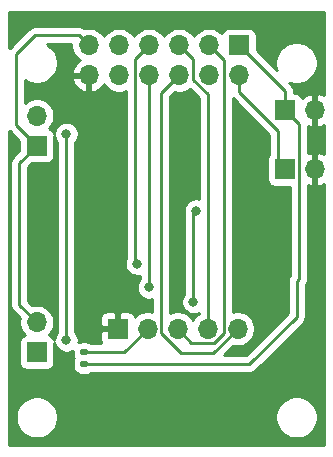
<source format=gbr>
%TF.GenerationSoftware,KiCad,Pcbnew,5.1.9+dfsg1-1*%
%TF.CreationDate,2021-11-08T10:09:36+01:00*%
%TF.ProjectId,Controller,436f6e74-726f-46c6-9c65-722e6b696361,rev?*%
%TF.SameCoordinates,Original*%
%TF.FileFunction,Copper,L1,Top*%
%TF.FilePolarity,Positive*%
%FSLAX46Y46*%
G04 Gerber Fmt 4.6, Leading zero omitted, Abs format (unit mm)*
G04 Created by KiCad (PCBNEW 5.1.9+dfsg1-1) date 2021-11-08 10:09:36*
%MOMM*%
%LPD*%
G01*
G04 APERTURE LIST*
%TA.AperFunction,ComponentPad*%
%ADD10O,1.700000X1.700000*%
%TD*%
%TA.AperFunction,ComponentPad*%
%ADD11R,1.700000X1.700000*%
%TD*%
%TA.AperFunction,ViaPad*%
%ADD12C,0.800000*%
%TD*%
%TA.AperFunction,Conductor*%
%ADD13C,0.250000*%
%TD*%
%TA.AperFunction,Conductor*%
%ADD14C,0.254000*%
%TD*%
%TA.AperFunction,Conductor*%
%ADD15C,0.100000*%
%TD*%
G04 APERTURE END LIST*
D10*
%TO.P,J6,2*%
%TO.N,Net-(D6-Pad2)*%
X103000000Y-67460000D03*
D11*
%TO.P,J6,1*%
%TO.N,/CON_BMC*%
X103000000Y-70000000D03*
%TD*%
D10*
%TO.P,J5,2*%
%TO.N,/CON_BMC*%
X103000000Y-84960000D03*
D11*
%TO.P,J5,1*%
%TO.N,Net-(D3-Pad2)*%
X103000000Y-87500000D03*
%TD*%
%TO.P,R1,2*%
%TO.N,+3V3*%
%TA.AperFunction,SMDPad,CuDef*%
G36*
G01*
X106815000Y-88230000D02*
X107185000Y-88230000D01*
G75*
G02*
X107320000Y-88365000I0J-135000D01*
G01*
X107320000Y-88635000D01*
G75*
G02*
X107185000Y-88770000I-135000J0D01*
G01*
X106815000Y-88770000D01*
G75*
G02*
X106680000Y-88635000I0J135000D01*
G01*
X106680000Y-88365000D01*
G75*
G02*
X106815000Y-88230000I135000J0D01*
G01*
G37*
%TD.AperFunction*%
%TO.P,R1,1*%
%TO.N,Net-(J2-Pad2)*%
%TA.AperFunction,SMDPad,CuDef*%
G36*
G01*
X106815000Y-87210000D02*
X107185000Y-87210000D01*
G75*
G02*
X107320000Y-87345000I0J-135000D01*
G01*
X107320000Y-87615000D01*
G75*
G02*
X107185000Y-87750000I-135000J0D01*
G01*
X106815000Y-87750000D01*
G75*
G02*
X106680000Y-87615000I0J135000D01*
G01*
X106680000Y-87345000D01*
G75*
G02*
X106815000Y-87210000I135000J0D01*
G01*
G37*
%TD.AperFunction*%
%TD*%
D10*
%TO.P,J4,2*%
%TO.N,GND*%
X126540000Y-67000000D03*
D11*
%TO.P,J4,1*%
%TO.N,+3V3*%
X124000000Y-67000000D03*
%TD*%
D10*
%TO.P,J3,2*%
%TO.N,GND*%
X126540000Y-72000000D03*
D11*
%TO.P,J3,1*%
%TO.N,/CON_AUD*%
X124000000Y-72000000D03*
%TD*%
D10*
%TO.P,J2,5*%
%TO.N,/CON_JB*%
X120000000Y-85500000D03*
%TO.P,J2,4*%
%TO.N,/CON_Y*%
X117460000Y-85500000D03*
%TO.P,J2,3*%
%TO.N,/CON_X*%
X114920000Y-85500000D03*
%TO.P,J2,2*%
%TO.N,Net-(J2-Pad2)*%
X112380000Y-85500000D03*
D11*
%TO.P,J2,1*%
%TO.N,GND*%
X109840000Y-85500000D03*
%TD*%
D10*
%TO.P,J1,12*%
%TO.N,GND*%
X107420000Y-64040000D03*
%TO.P,J1,11*%
%TO.N,/CON_BMC*%
X107420000Y-61500000D03*
%TO.P,J1,10*%
%TO.N,/CON_BM2*%
X109960000Y-64040000D03*
%TO.P,J1,9*%
%TO.N,/CON_BMB*%
X109960000Y-61500000D03*
%TO.P,J1,8*%
%TO.N,/CON_BM1*%
X112500000Y-64040000D03*
%TO.P,J1,7*%
%TO.N,/CON_BMA*%
X112500000Y-61500000D03*
%TO.P,J1,6*%
%TO.N,/CON_JB*%
X115040000Y-64040000D03*
%TO.P,J1,5*%
%TO.N,/CON_Y*%
X115040000Y-61500000D03*
%TO.P,J1,4*%
%TO.N,N/C*%
X117580000Y-64040000D03*
%TO.P,J1,3*%
%TO.N,/CON_X*%
X117580000Y-61500000D03*
%TO.P,J1,2*%
%TO.N,/CON_AUD*%
X120120000Y-64040000D03*
D11*
%TO.P,J1,1*%
%TO.N,+3V3*%
X120120000Y-61500000D03*
%TD*%
D12*
%TO.N,/CON_BM1*%
X112500000Y-82000000D03*
%TO.N,/CON_BM2*%
X105500000Y-86500000D03*
X105500000Y-69000000D03*
%TO.N,GND*%
X123698000Y-80772000D03*
X120650000Y-76962000D03*
X121412000Y-73660000D03*
X108204000Y-77216000D03*
X108966000Y-91440000D03*
X118364000Y-91440000D03*
X126238000Y-84836000D03*
X116332000Y-69596000D03*
X126746000Y-61214000D03*
X122936000Y-61214000D03*
%TO.N,/CON_BMB*%
X116262653Y-83237347D03*
X116500000Y-75500000D03*
%TO.N,/CON_BMA*%
X111500000Y-80000000D03*
%TO.N,GND*%
X103000000Y-77500000D03*
%TD*%
D13*
%TO.N,/CON_BM1*%
X112500000Y-64040000D02*
X112500000Y-79000000D01*
X112500000Y-79000000D02*
X112500000Y-82000000D01*
%TO.N,/CON_BM2*%
X105500000Y-86500000D02*
X105500000Y-78000000D01*
X105500000Y-69000000D02*
X105500000Y-78000000D01*
%TO.N,/CON_BMC*%
X103000000Y-84960000D02*
X101500000Y-83460000D01*
X101500000Y-71500000D02*
X103000000Y-70000000D01*
X101500000Y-83460000D02*
X101500000Y-71500000D01*
X101235098Y-62265958D02*
X101235098Y-68235098D01*
X106570001Y-60650001D02*
X102851055Y-60650001D01*
X101235098Y-68235098D02*
X103000000Y-70000000D01*
X102851055Y-60650001D02*
X101235098Y-62265958D01*
X107420000Y-61500000D02*
X106570001Y-60650001D01*
%TO.N,/CON_BMB*%
X116262653Y-75737347D02*
X116500000Y-75500000D01*
X116262653Y-83237347D02*
X116262653Y-75737347D01*
%TO.N,/CON_BMA*%
X111324999Y-62675001D02*
X112500000Y-61500000D01*
X111324999Y-79824999D02*
X111324999Y-62675001D01*
X111500000Y-80000000D02*
X111324999Y-79824999D01*
%TO.N,/CON_Y*%
X117500000Y-85500000D02*
X118080000Y-85500000D01*
%TO.N,+3V3*%
X120120000Y-62060000D02*
X120120000Y-61500000D01*
X124000000Y-65380000D02*
X120120000Y-61500000D01*
%TO.N,GND*%
X110500000Y-85460000D02*
X110460000Y-85500000D01*
%TO.N,/CON_JB*%
X113555001Y-65524999D02*
X115040000Y-64040000D01*
X113555001Y-85874003D02*
X113555001Y-65524999D01*
X115230988Y-87549990D02*
X113555001Y-85874003D01*
X117950010Y-87549990D02*
X115230988Y-87549990D01*
X120000000Y-85500000D02*
X117950010Y-87549990D01*
%TO.N,/CON_Y*%
X116215001Y-62675001D02*
X115040000Y-61500000D01*
X116215001Y-64414003D02*
X116215001Y-62675001D01*
X117460000Y-65659002D02*
X116215001Y-64414003D01*
X117460000Y-85500000D02*
X117460000Y-65659002D01*
%TO.N,/CON_X*%
X118824999Y-62744999D02*
X117580000Y-61500000D01*
X118824999Y-85874003D02*
X118824999Y-62744999D01*
X118024001Y-86675001D02*
X118824999Y-85874003D01*
X116095001Y-86675001D02*
X118024001Y-86675001D01*
X114920000Y-85500000D02*
X116095001Y-86675001D01*
%TO.N,/CON_AUD*%
X123460000Y-71460000D02*
X124000000Y-72000000D01*
X123460000Y-68785002D02*
X123460000Y-71460000D01*
X120120000Y-65445002D02*
X123460000Y-68785002D01*
X120120000Y-64040000D02*
X120120000Y-65445002D01*
%TO.N,+3V3*%
X124000000Y-67000000D02*
X124000000Y-65380000D01*
X125175001Y-81314999D02*
X125175001Y-68175001D01*
X125175001Y-68175001D02*
X124000000Y-67000000D01*
X125000000Y-81490000D02*
X125175001Y-81314999D01*
X125000000Y-84500000D02*
X125000000Y-81490000D01*
X121000000Y-88500000D02*
X125000000Y-84500000D01*
X107000000Y-88500000D02*
X121000000Y-88500000D01*
%TO.N,Net-(J2-Pad2)*%
X110400000Y-87480000D02*
X107000000Y-87480000D01*
X112380000Y-85500000D02*
X110400000Y-87480000D01*
%TD*%
D14*
%TO.N,GND*%
X127315000Y-65734386D02*
X127306920Y-65728359D01*
X127044099Y-65603175D01*
X126896890Y-65558524D01*
X126667000Y-65679845D01*
X126667000Y-66873000D01*
X126687000Y-66873000D01*
X126687000Y-67127000D01*
X126667000Y-67127000D01*
X126667000Y-68320155D01*
X126896890Y-68441476D01*
X127044099Y-68396825D01*
X127306920Y-68271641D01*
X127315000Y-68265614D01*
X127315000Y-70734386D01*
X127306920Y-70728359D01*
X127044099Y-70603175D01*
X126896890Y-70558524D01*
X126667000Y-70679845D01*
X126667000Y-71873000D01*
X126687000Y-71873000D01*
X126687000Y-72127000D01*
X126667000Y-72127000D01*
X126667000Y-73320155D01*
X126896890Y-73441476D01*
X127044099Y-73396825D01*
X127306920Y-73271641D01*
X127315000Y-73265614D01*
X127315001Y-95315000D01*
X100685000Y-95315000D01*
X100685000Y-92823762D01*
X101210624Y-92823762D01*
X101210624Y-93176238D01*
X101279389Y-93521942D01*
X101414276Y-93847587D01*
X101610101Y-94140661D01*
X101859339Y-94389899D01*
X102152413Y-94585724D01*
X102478058Y-94720611D01*
X102823762Y-94789376D01*
X103176238Y-94789376D01*
X103521942Y-94720611D01*
X103847587Y-94585724D01*
X104140661Y-94389899D01*
X104389899Y-94140661D01*
X104585724Y-93847587D01*
X104720611Y-93521942D01*
X104789376Y-93176238D01*
X104789376Y-92823762D01*
X123210624Y-92823762D01*
X123210624Y-93176238D01*
X123279389Y-93521942D01*
X123414276Y-93847587D01*
X123610101Y-94140661D01*
X123859339Y-94389899D01*
X124152413Y-94585724D01*
X124478058Y-94720611D01*
X124823762Y-94789376D01*
X125176238Y-94789376D01*
X125521942Y-94720611D01*
X125847587Y-94585724D01*
X126140661Y-94389899D01*
X126389899Y-94140661D01*
X126585724Y-93847587D01*
X126720611Y-93521942D01*
X126789376Y-93176238D01*
X126789376Y-92823762D01*
X126720611Y-92478058D01*
X126585724Y-92152413D01*
X126389899Y-91859339D01*
X126140661Y-91610101D01*
X125847587Y-91414276D01*
X125521942Y-91279389D01*
X125176238Y-91210624D01*
X124823762Y-91210624D01*
X124478058Y-91279389D01*
X124152413Y-91414276D01*
X123859339Y-91610101D01*
X123610101Y-91859339D01*
X123414276Y-92152413D01*
X123279389Y-92478058D01*
X123210624Y-92823762D01*
X104789376Y-92823762D01*
X104720611Y-92478058D01*
X104585724Y-92152413D01*
X104389899Y-91859339D01*
X104140661Y-91610101D01*
X103847587Y-91414276D01*
X103521942Y-91279389D01*
X103176238Y-91210624D01*
X102823762Y-91210624D01*
X102478058Y-91279389D01*
X102152413Y-91414276D01*
X101859339Y-91610101D01*
X101610101Y-91859339D01*
X101414276Y-92152413D01*
X101279389Y-92478058D01*
X101210624Y-92823762D01*
X100685000Y-92823762D01*
X100685000Y-68762795D01*
X100695098Y-68775099D01*
X100724096Y-68798897D01*
X101511928Y-69586729D01*
X101511928Y-70413271D01*
X100988998Y-70936201D01*
X100960000Y-70959999D01*
X100936202Y-70988997D01*
X100936201Y-70988998D01*
X100865026Y-71075724D01*
X100794454Y-71207754D01*
X100750998Y-71351015D01*
X100736324Y-71500000D01*
X100740001Y-71537332D01*
X100740000Y-83422678D01*
X100736324Y-83460000D01*
X100740000Y-83497322D01*
X100740000Y-83497332D01*
X100750997Y-83608985D01*
X100786979Y-83727603D01*
X100794454Y-83752246D01*
X100865026Y-83884276D01*
X100875568Y-83897121D01*
X100959999Y-84000001D01*
X100989003Y-84023804D01*
X101558791Y-84593592D01*
X101515000Y-84813740D01*
X101515000Y-85106260D01*
X101572068Y-85393158D01*
X101684010Y-85663411D01*
X101846525Y-85906632D01*
X101978380Y-86038487D01*
X101905820Y-86060498D01*
X101795506Y-86119463D01*
X101698815Y-86198815D01*
X101619463Y-86295506D01*
X101560498Y-86405820D01*
X101524188Y-86525518D01*
X101511928Y-86650000D01*
X101511928Y-88350000D01*
X101524188Y-88474482D01*
X101560498Y-88594180D01*
X101619463Y-88704494D01*
X101698815Y-88801185D01*
X101795506Y-88880537D01*
X101905820Y-88939502D01*
X102025518Y-88975812D01*
X102150000Y-88988072D01*
X103850000Y-88988072D01*
X103974482Y-88975812D01*
X104094180Y-88939502D01*
X104204494Y-88880537D01*
X104301185Y-88801185D01*
X104380537Y-88704494D01*
X104439502Y-88594180D01*
X104475812Y-88474482D01*
X104488072Y-88350000D01*
X104488072Y-86717931D01*
X104504774Y-86801898D01*
X104582795Y-86990256D01*
X104696063Y-87159774D01*
X104840226Y-87303937D01*
X105009744Y-87417205D01*
X105198102Y-87495226D01*
X105398061Y-87535000D01*
X105601939Y-87535000D01*
X105801898Y-87495226D01*
X105990256Y-87417205D01*
X106041928Y-87382679D01*
X106041928Y-87615000D01*
X106056782Y-87765819D01*
X106100775Y-87910842D01*
X106143086Y-87990000D01*
X106100775Y-88069158D01*
X106056782Y-88214181D01*
X106041928Y-88365000D01*
X106041928Y-88635000D01*
X106056782Y-88785819D01*
X106100775Y-88930842D01*
X106172214Y-89064496D01*
X106268356Y-89181644D01*
X106385504Y-89277786D01*
X106519158Y-89349225D01*
X106664181Y-89393218D01*
X106815000Y-89408072D01*
X107185000Y-89408072D01*
X107335819Y-89393218D01*
X107480842Y-89349225D01*
X107614496Y-89277786D01*
X107636168Y-89260000D01*
X120962678Y-89260000D01*
X121000000Y-89263676D01*
X121037322Y-89260000D01*
X121037333Y-89260000D01*
X121148986Y-89249003D01*
X121292247Y-89205546D01*
X121424276Y-89134974D01*
X121540001Y-89040001D01*
X121563804Y-89010997D01*
X125511004Y-85063798D01*
X125540001Y-85040001D01*
X125634974Y-84924276D01*
X125705546Y-84792247D01*
X125749003Y-84648986D01*
X125760000Y-84537333D01*
X125760000Y-84537324D01*
X125763676Y-84500001D01*
X125760000Y-84462678D01*
X125760000Y-81800170D01*
X125809975Y-81739275D01*
X125880547Y-81607246D01*
X125924004Y-81463985D01*
X125935001Y-81352332D01*
X125935001Y-81352324D01*
X125938677Y-81314999D01*
X125935001Y-81277674D01*
X125935001Y-73348765D01*
X126035901Y-73396825D01*
X126183110Y-73441476D01*
X126413000Y-73320155D01*
X126413000Y-72127000D01*
X126393000Y-72127000D01*
X126393000Y-71873000D01*
X126413000Y-71873000D01*
X126413000Y-70679845D01*
X126183110Y-70558524D01*
X126035901Y-70603175D01*
X125935001Y-70651235D01*
X125935001Y-68348765D01*
X126035901Y-68396825D01*
X126183110Y-68441476D01*
X126413000Y-68320155D01*
X126413000Y-67127000D01*
X126393000Y-67127000D01*
X126393000Y-66873000D01*
X126413000Y-66873000D01*
X126413000Y-65679845D01*
X126183110Y-65558524D01*
X126035901Y-65603175D01*
X125773080Y-65728359D01*
X125539731Y-65902412D01*
X125463966Y-65986466D01*
X125439502Y-65905820D01*
X125380537Y-65795506D01*
X125301185Y-65698815D01*
X125204494Y-65619463D01*
X125094180Y-65560498D01*
X124974482Y-65524188D01*
X124850000Y-65511928D01*
X124760000Y-65511928D01*
X124760000Y-65417333D01*
X124763677Y-65380000D01*
X124749003Y-65231014D01*
X124705546Y-65087753D01*
X124634974Y-64955724D01*
X124563799Y-64868997D01*
X124540001Y-64839999D01*
X124511003Y-64816201D01*
X124371116Y-64676314D01*
X124478058Y-64720611D01*
X124823762Y-64789376D01*
X125176238Y-64789376D01*
X125521942Y-64720611D01*
X125847587Y-64585724D01*
X126140661Y-64389899D01*
X126389899Y-64140661D01*
X126585724Y-63847587D01*
X126720611Y-63521942D01*
X126789376Y-63176238D01*
X126789376Y-62823762D01*
X126720611Y-62478058D01*
X126585724Y-62152413D01*
X126389899Y-61859339D01*
X126140661Y-61610101D01*
X125847587Y-61414276D01*
X125521942Y-61279389D01*
X125176238Y-61210624D01*
X124823762Y-61210624D01*
X124478058Y-61279389D01*
X124152413Y-61414276D01*
X123859339Y-61610101D01*
X123610101Y-61859339D01*
X123414276Y-62152413D01*
X123279389Y-62478058D01*
X123210624Y-62823762D01*
X123210624Y-63176238D01*
X123279389Y-63521942D01*
X123323686Y-63628884D01*
X121608072Y-61913271D01*
X121608072Y-60650000D01*
X121595812Y-60525518D01*
X121559502Y-60405820D01*
X121500537Y-60295506D01*
X121421185Y-60198815D01*
X121324494Y-60119463D01*
X121214180Y-60060498D01*
X121094482Y-60024188D01*
X120970000Y-60011928D01*
X119270000Y-60011928D01*
X119145518Y-60024188D01*
X119025820Y-60060498D01*
X118915506Y-60119463D01*
X118818815Y-60198815D01*
X118739463Y-60295506D01*
X118680498Y-60405820D01*
X118658487Y-60478380D01*
X118526632Y-60346525D01*
X118283411Y-60184010D01*
X118013158Y-60072068D01*
X117726260Y-60015000D01*
X117433740Y-60015000D01*
X117146842Y-60072068D01*
X116876589Y-60184010D01*
X116633368Y-60346525D01*
X116426525Y-60553368D01*
X116310000Y-60727760D01*
X116193475Y-60553368D01*
X115986632Y-60346525D01*
X115743411Y-60184010D01*
X115473158Y-60072068D01*
X115186260Y-60015000D01*
X114893740Y-60015000D01*
X114606842Y-60072068D01*
X114336589Y-60184010D01*
X114093368Y-60346525D01*
X113886525Y-60553368D01*
X113770000Y-60727760D01*
X113653475Y-60553368D01*
X113446632Y-60346525D01*
X113203411Y-60184010D01*
X112933158Y-60072068D01*
X112646260Y-60015000D01*
X112353740Y-60015000D01*
X112066842Y-60072068D01*
X111796589Y-60184010D01*
X111553368Y-60346525D01*
X111346525Y-60553368D01*
X111230000Y-60727760D01*
X111113475Y-60553368D01*
X110906632Y-60346525D01*
X110663411Y-60184010D01*
X110393158Y-60072068D01*
X110106260Y-60015000D01*
X109813740Y-60015000D01*
X109526842Y-60072068D01*
X109256589Y-60184010D01*
X109013368Y-60346525D01*
X108806525Y-60553368D01*
X108690000Y-60727760D01*
X108573475Y-60553368D01*
X108366632Y-60346525D01*
X108123411Y-60184010D01*
X107853158Y-60072068D01*
X107566260Y-60015000D01*
X107273740Y-60015000D01*
X107048771Y-60059749D01*
X106994277Y-60015027D01*
X106862248Y-59944455D01*
X106718987Y-59900998D01*
X106607334Y-59890001D01*
X106607323Y-59890001D01*
X106570001Y-59886325D01*
X106532679Y-59890001D01*
X102888377Y-59890001D01*
X102851054Y-59886325D01*
X102813731Y-59890001D01*
X102813722Y-59890001D01*
X102702069Y-59900998D01*
X102558808Y-59944455D01*
X102426779Y-60015027D01*
X102311054Y-60110000D01*
X102287256Y-60138998D01*
X100724101Y-61702154D01*
X100695097Y-61725957D01*
X100685000Y-61738260D01*
X100685000Y-58685000D01*
X127315000Y-58685000D01*
X127315000Y-65734386D01*
%TA.AperFunction,Conductor*%
D15*
G36*
X127315000Y-65734386D02*
G01*
X127306920Y-65728359D01*
X127044099Y-65603175D01*
X126896890Y-65558524D01*
X126667000Y-65679845D01*
X126667000Y-66873000D01*
X126687000Y-66873000D01*
X126687000Y-67127000D01*
X126667000Y-67127000D01*
X126667000Y-68320155D01*
X126896890Y-68441476D01*
X127044099Y-68396825D01*
X127306920Y-68271641D01*
X127315000Y-68265614D01*
X127315000Y-70734386D01*
X127306920Y-70728359D01*
X127044099Y-70603175D01*
X126896890Y-70558524D01*
X126667000Y-70679845D01*
X126667000Y-71873000D01*
X126687000Y-71873000D01*
X126687000Y-72127000D01*
X126667000Y-72127000D01*
X126667000Y-73320155D01*
X126896890Y-73441476D01*
X127044099Y-73396825D01*
X127306920Y-73271641D01*
X127315000Y-73265614D01*
X127315001Y-95315000D01*
X100685000Y-95315000D01*
X100685000Y-92823762D01*
X101210624Y-92823762D01*
X101210624Y-93176238D01*
X101279389Y-93521942D01*
X101414276Y-93847587D01*
X101610101Y-94140661D01*
X101859339Y-94389899D01*
X102152413Y-94585724D01*
X102478058Y-94720611D01*
X102823762Y-94789376D01*
X103176238Y-94789376D01*
X103521942Y-94720611D01*
X103847587Y-94585724D01*
X104140661Y-94389899D01*
X104389899Y-94140661D01*
X104585724Y-93847587D01*
X104720611Y-93521942D01*
X104789376Y-93176238D01*
X104789376Y-92823762D01*
X123210624Y-92823762D01*
X123210624Y-93176238D01*
X123279389Y-93521942D01*
X123414276Y-93847587D01*
X123610101Y-94140661D01*
X123859339Y-94389899D01*
X124152413Y-94585724D01*
X124478058Y-94720611D01*
X124823762Y-94789376D01*
X125176238Y-94789376D01*
X125521942Y-94720611D01*
X125847587Y-94585724D01*
X126140661Y-94389899D01*
X126389899Y-94140661D01*
X126585724Y-93847587D01*
X126720611Y-93521942D01*
X126789376Y-93176238D01*
X126789376Y-92823762D01*
X126720611Y-92478058D01*
X126585724Y-92152413D01*
X126389899Y-91859339D01*
X126140661Y-91610101D01*
X125847587Y-91414276D01*
X125521942Y-91279389D01*
X125176238Y-91210624D01*
X124823762Y-91210624D01*
X124478058Y-91279389D01*
X124152413Y-91414276D01*
X123859339Y-91610101D01*
X123610101Y-91859339D01*
X123414276Y-92152413D01*
X123279389Y-92478058D01*
X123210624Y-92823762D01*
X104789376Y-92823762D01*
X104720611Y-92478058D01*
X104585724Y-92152413D01*
X104389899Y-91859339D01*
X104140661Y-91610101D01*
X103847587Y-91414276D01*
X103521942Y-91279389D01*
X103176238Y-91210624D01*
X102823762Y-91210624D01*
X102478058Y-91279389D01*
X102152413Y-91414276D01*
X101859339Y-91610101D01*
X101610101Y-91859339D01*
X101414276Y-92152413D01*
X101279389Y-92478058D01*
X101210624Y-92823762D01*
X100685000Y-92823762D01*
X100685000Y-68762795D01*
X100695098Y-68775099D01*
X100724096Y-68798897D01*
X101511928Y-69586729D01*
X101511928Y-70413271D01*
X100988998Y-70936201D01*
X100960000Y-70959999D01*
X100936202Y-70988997D01*
X100936201Y-70988998D01*
X100865026Y-71075724D01*
X100794454Y-71207754D01*
X100750998Y-71351015D01*
X100736324Y-71500000D01*
X100740001Y-71537332D01*
X100740000Y-83422678D01*
X100736324Y-83460000D01*
X100740000Y-83497322D01*
X100740000Y-83497332D01*
X100750997Y-83608985D01*
X100786979Y-83727603D01*
X100794454Y-83752246D01*
X100865026Y-83884276D01*
X100875568Y-83897121D01*
X100959999Y-84000001D01*
X100989003Y-84023804D01*
X101558791Y-84593592D01*
X101515000Y-84813740D01*
X101515000Y-85106260D01*
X101572068Y-85393158D01*
X101684010Y-85663411D01*
X101846525Y-85906632D01*
X101978380Y-86038487D01*
X101905820Y-86060498D01*
X101795506Y-86119463D01*
X101698815Y-86198815D01*
X101619463Y-86295506D01*
X101560498Y-86405820D01*
X101524188Y-86525518D01*
X101511928Y-86650000D01*
X101511928Y-88350000D01*
X101524188Y-88474482D01*
X101560498Y-88594180D01*
X101619463Y-88704494D01*
X101698815Y-88801185D01*
X101795506Y-88880537D01*
X101905820Y-88939502D01*
X102025518Y-88975812D01*
X102150000Y-88988072D01*
X103850000Y-88988072D01*
X103974482Y-88975812D01*
X104094180Y-88939502D01*
X104204494Y-88880537D01*
X104301185Y-88801185D01*
X104380537Y-88704494D01*
X104439502Y-88594180D01*
X104475812Y-88474482D01*
X104488072Y-88350000D01*
X104488072Y-86717931D01*
X104504774Y-86801898D01*
X104582795Y-86990256D01*
X104696063Y-87159774D01*
X104840226Y-87303937D01*
X105009744Y-87417205D01*
X105198102Y-87495226D01*
X105398061Y-87535000D01*
X105601939Y-87535000D01*
X105801898Y-87495226D01*
X105990256Y-87417205D01*
X106041928Y-87382679D01*
X106041928Y-87615000D01*
X106056782Y-87765819D01*
X106100775Y-87910842D01*
X106143086Y-87990000D01*
X106100775Y-88069158D01*
X106056782Y-88214181D01*
X106041928Y-88365000D01*
X106041928Y-88635000D01*
X106056782Y-88785819D01*
X106100775Y-88930842D01*
X106172214Y-89064496D01*
X106268356Y-89181644D01*
X106385504Y-89277786D01*
X106519158Y-89349225D01*
X106664181Y-89393218D01*
X106815000Y-89408072D01*
X107185000Y-89408072D01*
X107335819Y-89393218D01*
X107480842Y-89349225D01*
X107614496Y-89277786D01*
X107636168Y-89260000D01*
X120962678Y-89260000D01*
X121000000Y-89263676D01*
X121037322Y-89260000D01*
X121037333Y-89260000D01*
X121148986Y-89249003D01*
X121292247Y-89205546D01*
X121424276Y-89134974D01*
X121540001Y-89040001D01*
X121563804Y-89010997D01*
X125511004Y-85063798D01*
X125540001Y-85040001D01*
X125634974Y-84924276D01*
X125705546Y-84792247D01*
X125749003Y-84648986D01*
X125760000Y-84537333D01*
X125760000Y-84537324D01*
X125763676Y-84500001D01*
X125760000Y-84462678D01*
X125760000Y-81800170D01*
X125809975Y-81739275D01*
X125880547Y-81607246D01*
X125924004Y-81463985D01*
X125935001Y-81352332D01*
X125935001Y-81352324D01*
X125938677Y-81314999D01*
X125935001Y-81277674D01*
X125935001Y-73348765D01*
X126035901Y-73396825D01*
X126183110Y-73441476D01*
X126413000Y-73320155D01*
X126413000Y-72127000D01*
X126393000Y-72127000D01*
X126393000Y-71873000D01*
X126413000Y-71873000D01*
X126413000Y-70679845D01*
X126183110Y-70558524D01*
X126035901Y-70603175D01*
X125935001Y-70651235D01*
X125935001Y-68348765D01*
X126035901Y-68396825D01*
X126183110Y-68441476D01*
X126413000Y-68320155D01*
X126413000Y-67127000D01*
X126393000Y-67127000D01*
X126393000Y-66873000D01*
X126413000Y-66873000D01*
X126413000Y-65679845D01*
X126183110Y-65558524D01*
X126035901Y-65603175D01*
X125773080Y-65728359D01*
X125539731Y-65902412D01*
X125463966Y-65986466D01*
X125439502Y-65905820D01*
X125380537Y-65795506D01*
X125301185Y-65698815D01*
X125204494Y-65619463D01*
X125094180Y-65560498D01*
X124974482Y-65524188D01*
X124850000Y-65511928D01*
X124760000Y-65511928D01*
X124760000Y-65417333D01*
X124763677Y-65380000D01*
X124749003Y-65231014D01*
X124705546Y-65087753D01*
X124634974Y-64955724D01*
X124563799Y-64868997D01*
X124540001Y-64839999D01*
X124511003Y-64816201D01*
X124371116Y-64676314D01*
X124478058Y-64720611D01*
X124823762Y-64789376D01*
X125176238Y-64789376D01*
X125521942Y-64720611D01*
X125847587Y-64585724D01*
X126140661Y-64389899D01*
X126389899Y-64140661D01*
X126585724Y-63847587D01*
X126720611Y-63521942D01*
X126789376Y-63176238D01*
X126789376Y-62823762D01*
X126720611Y-62478058D01*
X126585724Y-62152413D01*
X126389899Y-61859339D01*
X126140661Y-61610101D01*
X125847587Y-61414276D01*
X125521942Y-61279389D01*
X125176238Y-61210624D01*
X124823762Y-61210624D01*
X124478058Y-61279389D01*
X124152413Y-61414276D01*
X123859339Y-61610101D01*
X123610101Y-61859339D01*
X123414276Y-62152413D01*
X123279389Y-62478058D01*
X123210624Y-62823762D01*
X123210624Y-63176238D01*
X123279389Y-63521942D01*
X123323686Y-63628884D01*
X121608072Y-61913271D01*
X121608072Y-60650000D01*
X121595812Y-60525518D01*
X121559502Y-60405820D01*
X121500537Y-60295506D01*
X121421185Y-60198815D01*
X121324494Y-60119463D01*
X121214180Y-60060498D01*
X121094482Y-60024188D01*
X120970000Y-60011928D01*
X119270000Y-60011928D01*
X119145518Y-60024188D01*
X119025820Y-60060498D01*
X118915506Y-60119463D01*
X118818815Y-60198815D01*
X118739463Y-60295506D01*
X118680498Y-60405820D01*
X118658487Y-60478380D01*
X118526632Y-60346525D01*
X118283411Y-60184010D01*
X118013158Y-60072068D01*
X117726260Y-60015000D01*
X117433740Y-60015000D01*
X117146842Y-60072068D01*
X116876589Y-60184010D01*
X116633368Y-60346525D01*
X116426525Y-60553368D01*
X116310000Y-60727760D01*
X116193475Y-60553368D01*
X115986632Y-60346525D01*
X115743411Y-60184010D01*
X115473158Y-60072068D01*
X115186260Y-60015000D01*
X114893740Y-60015000D01*
X114606842Y-60072068D01*
X114336589Y-60184010D01*
X114093368Y-60346525D01*
X113886525Y-60553368D01*
X113770000Y-60727760D01*
X113653475Y-60553368D01*
X113446632Y-60346525D01*
X113203411Y-60184010D01*
X112933158Y-60072068D01*
X112646260Y-60015000D01*
X112353740Y-60015000D01*
X112066842Y-60072068D01*
X111796589Y-60184010D01*
X111553368Y-60346525D01*
X111346525Y-60553368D01*
X111230000Y-60727760D01*
X111113475Y-60553368D01*
X110906632Y-60346525D01*
X110663411Y-60184010D01*
X110393158Y-60072068D01*
X110106260Y-60015000D01*
X109813740Y-60015000D01*
X109526842Y-60072068D01*
X109256589Y-60184010D01*
X109013368Y-60346525D01*
X108806525Y-60553368D01*
X108690000Y-60727760D01*
X108573475Y-60553368D01*
X108366632Y-60346525D01*
X108123411Y-60184010D01*
X107853158Y-60072068D01*
X107566260Y-60015000D01*
X107273740Y-60015000D01*
X107048771Y-60059749D01*
X106994277Y-60015027D01*
X106862248Y-59944455D01*
X106718987Y-59900998D01*
X106607334Y-59890001D01*
X106607323Y-59890001D01*
X106570001Y-59886325D01*
X106532679Y-59890001D01*
X102888377Y-59890001D01*
X102851054Y-59886325D01*
X102813731Y-59890001D01*
X102813722Y-59890001D01*
X102702069Y-59900998D01*
X102558808Y-59944455D01*
X102426779Y-60015027D01*
X102311054Y-60110000D01*
X102287256Y-60138998D01*
X100724101Y-61702154D01*
X100695097Y-61725957D01*
X100685000Y-61738260D01*
X100685000Y-58685000D01*
X127315000Y-58685000D01*
X127315000Y-65734386D01*
G37*
%TD.AperFunction*%
D14*
X119608998Y-66008801D02*
X122700000Y-69099804D01*
X122700001Y-70697842D01*
X122698815Y-70698815D01*
X122619463Y-70795506D01*
X122560498Y-70905820D01*
X122524188Y-71025518D01*
X122511928Y-71150000D01*
X122511928Y-72850000D01*
X122524188Y-72974482D01*
X122560498Y-73094180D01*
X122619463Y-73204494D01*
X122698815Y-73301185D01*
X122795506Y-73380537D01*
X122905820Y-73439502D01*
X123025518Y-73475812D01*
X123150000Y-73488072D01*
X124415002Y-73488072D01*
X124415001Y-81004830D01*
X124365026Y-81065724D01*
X124294454Y-81197754D01*
X124264180Y-81297558D01*
X124258890Y-81314999D01*
X124250998Y-81341015D01*
X124236324Y-81490000D01*
X124240001Y-81527332D01*
X124240000Y-84185198D01*
X120685199Y-87740000D01*
X118834801Y-87740000D01*
X119633592Y-86941210D01*
X119853740Y-86985000D01*
X120146260Y-86985000D01*
X120433158Y-86927932D01*
X120703411Y-86815990D01*
X120946632Y-86653475D01*
X121153475Y-86446632D01*
X121315990Y-86203411D01*
X121427932Y-85933158D01*
X121485000Y-85646260D01*
X121485000Y-85353740D01*
X121427932Y-85066842D01*
X121315990Y-84796589D01*
X121153475Y-84553368D01*
X120946632Y-84346525D01*
X120703411Y-84184010D01*
X120433158Y-84072068D01*
X120146260Y-84015000D01*
X119853740Y-84015000D01*
X119584999Y-84068456D01*
X119584999Y-65989106D01*
X119608998Y-66008801D01*
%TA.AperFunction,Conductor*%
D15*
G36*
X119608998Y-66008801D02*
G01*
X122700000Y-69099804D01*
X122700001Y-70697842D01*
X122698815Y-70698815D01*
X122619463Y-70795506D01*
X122560498Y-70905820D01*
X122524188Y-71025518D01*
X122511928Y-71150000D01*
X122511928Y-72850000D01*
X122524188Y-72974482D01*
X122560498Y-73094180D01*
X122619463Y-73204494D01*
X122698815Y-73301185D01*
X122795506Y-73380537D01*
X122905820Y-73439502D01*
X123025518Y-73475812D01*
X123150000Y-73488072D01*
X124415002Y-73488072D01*
X124415001Y-81004830D01*
X124365026Y-81065724D01*
X124294454Y-81197754D01*
X124264180Y-81297558D01*
X124258890Y-81314999D01*
X124250998Y-81341015D01*
X124236324Y-81490000D01*
X124240001Y-81527332D01*
X124240000Y-84185198D01*
X120685199Y-87740000D01*
X118834801Y-87740000D01*
X119633592Y-86941210D01*
X119853740Y-86985000D01*
X120146260Y-86985000D01*
X120433158Y-86927932D01*
X120703411Y-86815990D01*
X120946632Y-86653475D01*
X121153475Y-86446632D01*
X121315990Y-86203411D01*
X121427932Y-85933158D01*
X121485000Y-85646260D01*
X121485000Y-85353740D01*
X121427932Y-85066842D01*
X121315990Y-84796589D01*
X121153475Y-84553368D01*
X120946632Y-84346525D01*
X120703411Y-84184010D01*
X120433158Y-84072068D01*
X120146260Y-84015000D01*
X119853740Y-84015000D01*
X119584999Y-84068456D01*
X119584999Y-65989106D01*
X119608998Y-66008801D01*
G37*
%TD.AperFunction*%
D14*
X105935000Y-61646260D02*
X105992068Y-61933158D01*
X106104010Y-62203411D01*
X106266525Y-62446632D01*
X106473368Y-62653475D01*
X106649406Y-62771100D01*
X106419731Y-62942412D01*
X106224822Y-63158645D01*
X106075843Y-63408748D01*
X105978519Y-63683109D01*
X106099186Y-63913000D01*
X107293000Y-63913000D01*
X107293000Y-63893000D01*
X107547000Y-63893000D01*
X107547000Y-63913000D01*
X107567000Y-63913000D01*
X107567000Y-64167000D01*
X107547000Y-64167000D01*
X107547000Y-65360155D01*
X107776890Y-65481476D01*
X107924099Y-65436825D01*
X108186920Y-65311641D01*
X108420269Y-65137588D01*
X108615178Y-64921355D01*
X108684805Y-64804466D01*
X108806525Y-64986632D01*
X109013368Y-65193475D01*
X109256589Y-65355990D01*
X109526842Y-65467932D01*
X109813740Y-65525000D01*
X110106260Y-65525000D01*
X110393158Y-65467932D01*
X110565000Y-65396753D01*
X110564999Y-79552707D01*
X110504774Y-79698102D01*
X110465000Y-79898061D01*
X110465000Y-80101939D01*
X110504774Y-80301898D01*
X110582795Y-80490256D01*
X110696063Y-80659774D01*
X110840226Y-80803937D01*
X111009744Y-80917205D01*
X111198102Y-80995226D01*
X111398061Y-81035000D01*
X111601939Y-81035000D01*
X111740001Y-81007538D01*
X111740001Y-81296288D01*
X111696063Y-81340226D01*
X111582795Y-81509744D01*
X111504774Y-81698102D01*
X111465000Y-81898061D01*
X111465000Y-82101939D01*
X111504774Y-82301898D01*
X111582795Y-82490256D01*
X111696063Y-82659774D01*
X111840226Y-82803937D01*
X112009744Y-82917205D01*
X112198102Y-82995226D01*
X112398061Y-83035000D01*
X112601939Y-83035000D01*
X112795001Y-82996598D01*
X112795001Y-84068456D01*
X112526260Y-84015000D01*
X112233740Y-84015000D01*
X111946842Y-84072068D01*
X111676589Y-84184010D01*
X111433368Y-84346525D01*
X111301513Y-84478380D01*
X111279502Y-84405820D01*
X111220537Y-84295506D01*
X111141185Y-84198815D01*
X111044494Y-84119463D01*
X110934180Y-84060498D01*
X110814482Y-84024188D01*
X110690000Y-84011928D01*
X110125750Y-84015000D01*
X109967000Y-84173750D01*
X109967000Y-85373000D01*
X109987000Y-85373000D01*
X109987000Y-85627000D01*
X109967000Y-85627000D01*
X109967000Y-85647000D01*
X109713000Y-85647000D01*
X109713000Y-85627000D01*
X108513750Y-85627000D01*
X108355000Y-85785750D01*
X108351928Y-86350000D01*
X108364188Y-86474482D01*
X108400498Y-86594180D01*
X108459463Y-86704494D01*
X108472188Y-86720000D01*
X107636168Y-86720000D01*
X107614496Y-86702214D01*
X107480842Y-86630775D01*
X107335819Y-86586782D01*
X107185000Y-86571928D01*
X106815000Y-86571928D01*
X106664181Y-86586782D01*
X106529913Y-86627512D01*
X106535000Y-86601939D01*
X106535000Y-86398061D01*
X106495226Y-86198102D01*
X106417205Y-86009744D01*
X106303937Y-85840226D01*
X106260000Y-85796289D01*
X106260000Y-84650000D01*
X108351928Y-84650000D01*
X108355000Y-85214250D01*
X108513750Y-85373000D01*
X109713000Y-85373000D01*
X109713000Y-84173750D01*
X109554250Y-84015000D01*
X108990000Y-84011928D01*
X108865518Y-84024188D01*
X108745820Y-84060498D01*
X108635506Y-84119463D01*
X108538815Y-84198815D01*
X108459463Y-84295506D01*
X108400498Y-84405820D01*
X108364188Y-84525518D01*
X108351928Y-84650000D01*
X106260000Y-84650000D01*
X106260000Y-69703711D01*
X106303937Y-69659774D01*
X106417205Y-69490256D01*
X106495226Y-69301898D01*
X106535000Y-69101939D01*
X106535000Y-68898061D01*
X106495226Y-68698102D01*
X106417205Y-68509744D01*
X106303937Y-68340226D01*
X106159774Y-68196063D01*
X105990256Y-68082795D01*
X105801898Y-68004774D01*
X105601939Y-67965000D01*
X105398061Y-67965000D01*
X105198102Y-68004774D01*
X105009744Y-68082795D01*
X104840226Y-68196063D01*
X104696063Y-68340226D01*
X104582795Y-68509744D01*
X104504774Y-68698102D01*
X104465000Y-68898061D01*
X104465000Y-68989876D01*
X104439502Y-68905820D01*
X104380537Y-68795506D01*
X104301185Y-68698815D01*
X104204494Y-68619463D01*
X104094180Y-68560498D01*
X104021620Y-68538487D01*
X104153475Y-68406632D01*
X104315990Y-68163411D01*
X104427932Y-67893158D01*
X104485000Y-67606260D01*
X104485000Y-67313740D01*
X104427932Y-67026842D01*
X104315990Y-66756589D01*
X104153475Y-66513368D01*
X103946632Y-66306525D01*
X103703411Y-66144010D01*
X103433158Y-66032068D01*
X103146260Y-65975000D01*
X102853740Y-65975000D01*
X102566842Y-66032068D01*
X102296589Y-66144010D01*
X102053368Y-66306525D01*
X101995098Y-66364795D01*
X101995098Y-64480610D01*
X102152413Y-64585724D01*
X102478058Y-64720611D01*
X102823762Y-64789376D01*
X103176238Y-64789376D01*
X103521942Y-64720611D01*
X103847587Y-64585724D01*
X104130196Y-64396891D01*
X105978519Y-64396891D01*
X106075843Y-64671252D01*
X106224822Y-64921355D01*
X106419731Y-65137588D01*
X106653080Y-65311641D01*
X106915901Y-65436825D01*
X107063110Y-65481476D01*
X107293000Y-65360155D01*
X107293000Y-64167000D01*
X106099186Y-64167000D01*
X105978519Y-64396891D01*
X104130196Y-64396891D01*
X104140661Y-64389899D01*
X104389899Y-64140661D01*
X104585724Y-63847587D01*
X104720611Y-63521942D01*
X104789376Y-63176238D01*
X104789376Y-62823762D01*
X104720611Y-62478058D01*
X104585724Y-62152413D01*
X104389899Y-61859339D01*
X104140661Y-61610101D01*
X103847587Y-61414276D01*
X103837266Y-61410001D01*
X105935000Y-61410001D01*
X105935000Y-61646260D01*
%TA.AperFunction,Conductor*%
D15*
G36*
X105935000Y-61646260D02*
G01*
X105992068Y-61933158D01*
X106104010Y-62203411D01*
X106266525Y-62446632D01*
X106473368Y-62653475D01*
X106649406Y-62771100D01*
X106419731Y-62942412D01*
X106224822Y-63158645D01*
X106075843Y-63408748D01*
X105978519Y-63683109D01*
X106099186Y-63913000D01*
X107293000Y-63913000D01*
X107293000Y-63893000D01*
X107547000Y-63893000D01*
X107547000Y-63913000D01*
X107567000Y-63913000D01*
X107567000Y-64167000D01*
X107547000Y-64167000D01*
X107547000Y-65360155D01*
X107776890Y-65481476D01*
X107924099Y-65436825D01*
X108186920Y-65311641D01*
X108420269Y-65137588D01*
X108615178Y-64921355D01*
X108684805Y-64804466D01*
X108806525Y-64986632D01*
X109013368Y-65193475D01*
X109256589Y-65355990D01*
X109526842Y-65467932D01*
X109813740Y-65525000D01*
X110106260Y-65525000D01*
X110393158Y-65467932D01*
X110565000Y-65396753D01*
X110564999Y-79552707D01*
X110504774Y-79698102D01*
X110465000Y-79898061D01*
X110465000Y-80101939D01*
X110504774Y-80301898D01*
X110582795Y-80490256D01*
X110696063Y-80659774D01*
X110840226Y-80803937D01*
X111009744Y-80917205D01*
X111198102Y-80995226D01*
X111398061Y-81035000D01*
X111601939Y-81035000D01*
X111740001Y-81007538D01*
X111740001Y-81296288D01*
X111696063Y-81340226D01*
X111582795Y-81509744D01*
X111504774Y-81698102D01*
X111465000Y-81898061D01*
X111465000Y-82101939D01*
X111504774Y-82301898D01*
X111582795Y-82490256D01*
X111696063Y-82659774D01*
X111840226Y-82803937D01*
X112009744Y-82917205D01*
X112198102Y-82995226D01*
X112398061Y-83035000D01*
X112601939Y-83035000D01*
X112795001Y-82996598D01*
X112795001Y-84068456D01*
X112526260Y-84015000D01*
X112233740Y-84015000D01*
X111946842Y-84072068D01*
X111676589Y-84184010D01*
X111433368Y-84346525D01*
X111301513Y-84478380D01*
X111279502Y-84405820D01*
X111220537Y-84295506D01*
X111141185Y-84198815D01*
X111044494Y-84119463D01*
X110934180Y-84060498D01*
X110814482Y-84024188D01*
X110690000Y-84011928D01*
X110125750Y-84015000D01*
X109967000Y-84173750D01*
X109967000Y-85373000D01*
X109987000Y-85373000D01*
X109987000Y-85627000D01*
X109967000Y-85627000D01*
X109967000Y-85647000D01*
X109713000Y-85647000D01*
X109713000Y-85627000D01*
X108513750Y-85627000D01*
X108355000Y-85785750D01*
X108351928Y-86350000D01*
X108364188Y-86474482D01*
X108400498Y-86594180D01*
X108459463Y-86704494D01*
X108472188Y-86720000D01*
X107636168Y-86720000D01*
X107614496Y-86702214D01*
X107480842Y-86630775D01*
X107335819Y-86586782D01*
X107185000Y-86571928D01*
X106815000Y-86571928D01*
X106664181Y-86586782D01*
X106529913Y-86627512D01*
X106535000Y-86601939D01*
X106535000Y-86398061D01*
X106495226Y-86198102D01*
X106417205Y-86009744D01*
X106303937Y-85840226D01*
X106260000Y-85796289D01*
X106260000Y-84650000D01*
X108351928Y-84650000D01*
X108355000Y-85214250D01*
X108513750Y-85373000D01*
X109713000Y-85373000D01*
X109713000Y-84173750D01*
X109554250Y-84015000D01*
X108990000Y-84011928D01*
X108865518Y-84024188D01*
X108745820Y-84060498D01*
X108635506Y-84119463D01*
X108538815Y-84198815D01*
X108459463Y-84295506D01*
X108400498Y-84405820D01*
X108364188Y-84525518D01*
X108351928Y-84650000D01*
X106260000Y-84650000D01*
X106260000Y-69703711D01*
X106303937Y-69659774D01*
X106417205Y-69490256D01*
X106495226Y-69301898D01*
X106535000Y-69101939D01*
X106535000Y-68898061D01*
X106495226Y-68698102D01*
X106417205Y-68509744D01*
X106303937Y-68340226D01*
X106159774Y-68196063D01*
X105990256Y-68082795D01*
X105801898Y-68004774D01*
X105601939Y-67965000D01*
X105398061Y-67965000D01*
X105198102Y-68004774D01*
X105009744Y-68082795D01*
X104840226Y-68196063D01*
X104696063Y-68340226D01*
X104582795Y-68509744D01*
X104504774Y-68698102D01*
X104465000Y-68898061D01*
X104465000Y-68989876D01*
X104439502Y-68905820D01*
X104380537Y-68795506D01*
X104301185Y-68698815D01*
X104204494Y-68619463D01*
X104094180Y-68560498D01*
X104021620Y-68538487D01*
X104153475Y-68406632D01*
X104315990Y-68163411D01*
X104427932Y-67893158D01*
X104485000Y-67606260D01*
X104485000Y-67313740D01*
X104427932Y-67026842D01*
X104315990Y-66756589D01*
X104153475Y-66513368D01*
X103946632Y-66306525D01*
X103703411Y-66144010D01*
X103433158Y-66032068D01*
X103146260Y-65975000D01*
X102853740Y-65975000D01*
X102566842Y-66032068D01*
X102296589Y-66144010D01*
X102053368Y-66306525D01*
X101995098Y-66364795D01*
X101995098Y-64480610D01*
X102152413Y-64585724D01*
X102478058Y-64720611D01*
X102823762Y-64789376D01*
X103176238Y-64789376D01*
X103521942Y-64720611D01*
X103847587Y-64585724D01*
X104130196Y-64396891D01*
X105978519Y-64396891D01*
X106075843Y-64671252D01*
X106224822Y-64921355D01*
X106419731Y-65137588D01*
X106653080Y-65311641D01*
X106915901Y-65436825D01*
X107063110Y-65481476D01*
X107293000Y-65360155D01*
X107293000Y-64167000D01*
X106099186Y-64167000D01*
X105978519Y-64396891D01*
X104130196Y-64396891D01*
X104140661Y-64389899D01*
X104389899Y-64140661D01*
X104585724Y-63847587D01*
X104720611Y-63521942D01*
X104789376Y-63176238D01*
X104789376Y-62823762D01*
X104720611Y-62478058D01*
X104585724Y-62152413D01*
X104389899Y-61859339D01*
X104140661Y-61610101D01*
X103847587Y-61414276D01*
X103837266Y-61410001D01*
X105935000Y-61410001D01*
X105935000Y-61646260D01*
G37*
%TD.AperFunction*%
D14*
X104504774Y-69301898D02*
X104582795Y-69490256D01*
X104696063Y-69659774D01*
X104740000Y-69703711D01*
X104740001Y-77962667D01*
X104740000Y-85796289D01*
X104696063Y-85840226D01*
X104582795Y-86009744D01*
X104504774Y-86198102D01*
X104465000Y-86398061D01*
X104465000Y-86489876D01*
X104439502Y-86405820D01*
X104380537Y-86295506D01*
X104301185Y-86198815D01*
X104204494Y-86119463D01*
X104094180Y-86060498D01*
X104021620Y-86038487D01*
X104153475Y-85906632D01*
X104315990Y-85663411D01*
X104427932Y-85393158D01*
X104485000Y-85106260D01*
X104485000Y-84813740D01*
X104427932Y-84526842D01*
X104315990Y-84256589D01*
X104153475Y-84013368D01*
X103946632Y-83806525D01*
X103703411Y-83644010D01*
X103433158Y-83532068D01*
X103146260Y-83475000D01*
X102853740Y-83475000D01*
X102633592Y-83518791D01*
X102260000Y-83145199D01*
X102260000Y-71814801D01*
X102586729Y-71488072D01*
X103850000Y-71488072D01*
X103974482Y-71475812D01*
X104094180Y-71439502D01*
X104204494Y-71380537D01*
X104301185Y-71301185D01*
X104380537Y-71204494D01*
X104439502Y-71094180D01*
X104475812Y-70974482D01*
X104488072Y-70850000D01*
X104488072Y-69217931D01*
X104504774Y-69301898D01*
%TA.AperFunction,Conductor*%
D15*
G36*
X104504774Y-69301898D02*
G01*
X104582795Y-69490256D01*
X104696063Y-69659774D01*
X104740000Y-69703711D01*
X104740001Y-77962667D01*
X104740000Y-85796289D01*
X104696063Y-85840226D01*
X104582795Y-86009744D01*
X104504774Y-86198102D01*
X104465000Y-86398061D01*
X104465000Y-86489876D01*
X104439502Y-86405820D01*
X104380537Y-86295506D01*
X104301185Y-86198815D01*
X104204494Y-86119463D01*
X104094180Y-86060498D01*
X104021620Y-86038487D01*
X104153475Y-85906632D01*
X104315990Y-85663411D01*
X104427932Y-85393158D01*
X104485000Y-85106260D01*
X104485000Y-84813740D01*
X104427932Y-84526842D01*
X104315990Y-84256589D01*
X104153475Y-84013368D01*
X103946632Y-83806525D01*
X103703411Y-83644010D01*
X103433158Y-83532068D01*
X103146260Y-83475000D01*
X102853740Y-83475000D01*
X102633592Y-83518791D01*
X102260000Y-83145199D01*
X102260000Y-71814801D01*
X102586729Y-71488072D01*
X103850000Y-71488072D01*
X103974482Y-71475812D01*
X104094180Y-71439502D01*
X104204494Y-71380537D01*
X104301185Y-71301185D01*
X104380537Y-71204494D01*
X104439502Y-71094180D01*
X104475812Y-70974482D01*
X104488072Y-70850000D01*
X104488072Y-69217931D01*
X104504774Y-69301898D01*
G37*
%TD.AperFunction*%
D14*
X116700001Y-65973806D02*
X116700001Y-74484506D01*
X116601939Y-74465000D01*
X116398061Y-74465000D01*
X116198102Y-74504774D01*
X116009744Y-74582795D01*
X115840226Y-74696063D01*
X115696063Y-74840226D01*
X115582795Y-75009744D01*
X115504774Y-75198102D01*
X115465000Y-75398061D01*
X115465000Y-75601939D01*
X115502654Y-75791240D01*
X115502653Y-82533636D01*
X115458716Y-82577573D01*
X115345448Y-82747091D01*
X115267427Y-82935449D01*
X115227653Y-83135408D01*
X115227653Y-83339286D01*
X115267427Y-83539245D01*
X115345448Y-83727603D01*
X115458716Y-83897121D01*
X115602879Y-84041284D01*
X115772397Y-84154552D01*
X115960755Y-84232573D01*
X116160714Y-84272347D01*
X116364592Y-84272347D01*
X116564551Y-84232573D01*
X116700000Y-84176468D01*
X116700000Y-84221821D01*
X116513368Y-84346525D01*
X116306525Y-84553368D01*
X116190000Y-84727760D01*
X116073475Y-84553368D01*
X115866632Y-84346525D01*
X115623411Y-84184010D01*
X115353158Y-84072068D01*
X115066260Y-84015000D01*
X114773740Y-84015000D01*
X114486842Y-84072068D01*
X114315001Y-84143247D01*
X114315001Y-65839800D01*
X114673592Y-65481209D01*
X114893740Y-65525000D01*
X115186260Y-65525000D01*
X115473158Y-65467932D01*
X115743411Y-65355990D01*
X115946492Y-65220296D01*
X116700001Y-65973806D01*
%TA.AperFunction,Conductor*%
D15*
G36*
X116700001Y-65973806D02*
G01*
X116700001Y-74484506D01*
X116601939Y-74465000D01*
X116398061Y-74465000D01*
X116198102Y-74504774D01*
X116009744Y-74582795D01*
X115840226Y-74696063D01*
X115696063Y-74840226D01*
X115582795Y-75009744D01*
X115504774Y-75198102D01*
X115465000Y-75398061D01*
X115465000Y-75601939D01*
X115502654Y-75791240D01*
X115502653Y-82533636D01*
X115458716Y-82577573D01*
X115345448Y-82747091D01*
X115267427Y-82935449D01*
X115227653Y-83135408D01*
X115227653Y-83339286D01*
X115267427Y-83539245D01*
X115345448Y-83727603D01*
X115458716Y-83897121D01*
X115602879Y-84041284D01*
X115772397Y-84154552D01*
X115960755Y-84232573D01*
X116160714Y-84272347D01*
X116364592Y-84272347D01*
X116564551Y-84232573D01*
X116700000Y-84176468D01*
X116700000Y-84221821D01*
X116513368Y-84346525D01*
X116306525Y-84553368D01*
X116190000Y-84727760D01*
X116073475Y-84553368D01*
X115866632Y-84346525D01*
X115623411Y-84184010D01*
X115353158Y-84072068D01*
X115066260Y-84015000D01*
X114773740Y-84015000D01*
X114486842Y-84072068D01*
X114315001Y-84143247D01*
X114315001Y-65839800D01*
X114673592Y-65481209D01*
X114893740Y-65525000D01*
X115186260Y-65525000D01*
X115473158Y-65467932D01*
X115743411Y-65355990D01*
X115946492Y-65220296D01*
X116700001Y-65973806D01*
G37*
%TD.AperFunction*%
%TD*%
M02*

</source>
